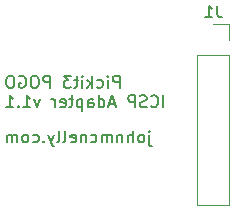
<source format=gbr>
G04 #@! TF.GenerationSoftware,KiCad,Pcbnew,(5.0.2)-1*
G04 #@! TF.CreationDate,2019-05-05T20:39:21-07:00*
G04 #@! TF.ProjectId,pickit3_icsp_adapter,7069636b-6974-4335-9f69-6373705f6164,rev?*
G04 #@! TF.SameCoordinates,Original*
G04 #@! TF.FileFunction,Legend,Bot*
G04 #@! TF.FilePolarity,Positive*
%FSLAX46Y46*%
G04 Gerber Fmt 4.6, Leading zero omitted, Abs format (unit mm)*
G04 Created by KiCad (PCBNEW (5.0.2)-1) date 5/5/2019 8:39:21 PM*
%MOMM*%
%LPD*%
G01*
G04 APERTURE LIST*
%ADD10C,0.150000*%
%ADD11C,0.120000*%
G04 APERTURE END LIST*
D10*
X13653214Y-9945714D02*
X13653214Y-10802857D01*
X13700833Y-10898095D01*
X13796071Y-10945714D01*
X13843690Y-10945714D01*
X13653214Y-9612380D02*
X13700833Y-9660000D01*
X13653214Y-9707619D01*
X13605595Y-9660000D01*
X13653214Y-9612380D01*
X13653214Y-9707619D01*
X13034166Y-10612380D02*
X13129404Y-10564761D01*
X13177023Y-10517142D01*
X13224642Y-10421904D01*
X13224642Y-10136190D01*
X13177023Y-10040952D01*
X13129404Y-9993333D01*
X13034166Y-9945714D01*
X12891309Y-9945714D01*
X12796071Y-9993333D01*
X12748452Y-10040952D01*
X12700833Y-10136190D01*
X12700833Y-10421904D01*
X12748452Y-10517142D01*
X12796071Y-10564761D01*
X12891309Y-10612380D01*
X13034166Y-10612380D01*
X12272261Y-10612380D02*
X12272261Y-9612380D01*
X11843690Y-10612380D02*
X11843690Y-10088571D01*
X11891309Y-9993333D01*
X11986547Y-9945714D01*
X12129404Y-9945714D01*
X12224642Y-9993333D01*
X12272261Y-10040952D01*
X11367500Y-9945714D02*
X11367500Y-10612380D01*
X11367500Y-10040952D02*
X11319880Y-9993333D01*
X11224642Y-9945714D01*
X11081785Y-9945714D01*
X10986547Y-9993333D01*
X10938928Y-10088571D01*
X10938928Y-10612380D01*
X10462738Y-10612380D02*
X10462738Y-9945714D01*
X10462738Y-10040952D02*
X10415119Y-9993333D01*
X10319880Y-9945714D01*
X10177023Y-9945714D01*
X10081785Y-9993333D01*
X10034166Y-10088571D01*
X10034166Y-10612380D01*
X10034166Y-10088571D02*
X9986547Y-9993333D01*
X9891309Y-9945714D01*
X9748452Y-9945714D01*
X9653214Y-9993333D01*
X9605595Y-10088571D01*
X9605595Y-10612380D01*
X8700833Y-10564761D02*
X8796071Y-10612380D01*
X8986547Y-10612380D01*
X9081785Y-10564761D01*
X9129404Y-10517142D01*
X9177023Y-10421904D01*
X9177023Y-10136190D01*
X9129404Y-10040952D01*
X9081785Y-9993333D01*
X8986547Y-9945714D01*
X8796071Y-9945714D01*
X8700833Y-9993333D01*
X8272261Y-9945714D02*
X8272261Y-10612380D01*
X8272261Y-10040952D02*
X8224642Y-9993333D01*
X8129404Y-9945714D01*
X7986547Y-9945714D01*
X7891309Y-9993333D01*
X7843690Y-10088571D01*
X7843690Y-10612380D01*
X6986547Y-10564761D02*
X7081785Y-10612380D01*
X7272261Y-10612380D01*
X7367500Y-10564761D01*
X7415119Y-10469523D01*
X7415119Y-10088571D01*
X7367500Y-9993333D01*
X7272261Y-9945714D01*
X7081785Y-9945714D01*
X6986547Y-9993333D01*
X6938928Y-10088571D01*
X6938928Y-10183809D01*
X7415119Y-10279047D01*
X6367500Y-10612380D02*
X6462738Y-10564761D01*
X6510357Y-10469523D01*
X6510357Y-9612380D01*
X5843690Y-10612380D02*
X5938928Y-10564761D01*
X5986547Y-10469523D01*
X5986547Y-9612380D01*
X5557976Y-9945714D02*
X5319880Y-10612380D01*
X5081785Y-9945714D02*
X5319880Y-10612380D01*
X5415119Y-10850476D01*
X5462738Y-10898095D01*
X5557976Y-10945714D01*
X4700833Y-10517142D02*
X4653214Y-10564761D01*
X4700833Y-10612380D01*
X4748452Y-10564761D01*
X4700833Y-10517142D01*
X4700833Y-10612380D01*
X3796071Y-10564761D02*
X3891309Y-10612380D01*
X4081785Y-10612380D01*
X4177023Y-10564761D01*
X4224642Y-10517142D01*
X4272261Y-10421904D01*
X4272261Y-10136190D01*
X4224642Y-10040952D01*
X4177023Y-9993333D01*
X4081785Y-9945714D01*
X3891309Y-9945714D01*
X3796071Y-9993333D01*
X3224642Y-10612380D02*
X3319880Y-10564761D01*
X3367500Y-10517142D01*
X3415119Y-10421904D01*
X3415119Y-10136190D01*
X3367500Y-10040952D01*
X3319880Y-9993333D01*
X3224642Y-9945714D01*
X3081785Y-9945714D01*
X2986547Y-9993333D01*
X2938928Y-10040952D01*
X2891309Y-10136190D01*
X2891309Y-10421904D01*
X2938928Y-10517142D01*
X2986547Y-10564761D01*
X3081785Y-10612380D01*
X3224642Y-10612380D01*
X2462738Y-10612380D02*
X2462738Y-9945714D01*
X2462738Y-10040952D02*
X2415119Y-9993333D01*
X2319880Y-9945714D01*
X2177023Y-9945714D01*
X2081785Y-9993333D01*
X2034166Y-10088571D01*
X2034166Y-10612380D01*
X2034166Y-10088571D02*
X1986547Y-9993333D01*
X1891309Y-9945714D01*
X1748452Y-9945714D01*
X1653214Y-9993333D01*
X1605595Y-10088571D01*
X1605595Y-10612380D01*
X11129404Y-5977380D02*
X11129404Y-4977380D01*
X10748452Y-4977380D01*
X10653214Y-5025000D01*
X10605595Y-5072619D01*
X10557976Y-5167857D01*
X10557976Y-5310714D01*
X10605595Y-5405952D01*
X10653214Y-5453571D01*
X10748452Y-5501190D01*
X11129404Y-5501190D01*
X10129404Y-5977380D02*
X10129404Y-5310714D01*
X10129404Y-4977380D02*
X10177023Y-5025000D01*
X10129404Y-5072619D01*
X10081785Y-5025000D01*
X10129404Y-4977380D01*
X10129404Y-5072619D01*
X9224642Y-5929761D02*
X9319880Y-5977380D01*
X9510357Y-5977380D01*
X9605595Y-5929761D01*
X9653214Y-5882142D01*
X9700833Y-5786904D01*
X9700833Y-5501190D01*
X9653214Y-5405952D01*
X9605595Y-5358333D01*
X9510357Y-5310714D01*
X9319880Y-5310714D01*
X9224642Y-5358333D01*
X8796071Y-5977380D02*
X8796071Y-4977380D01*
X8700833Y-5596428D02*
X8415119Y-5977380D01*
X8415119Y-5310714D02*
X8796071Y-5691666D01*
X7986547Y-5977380D02*
X7986547Y-5310714D01*
X7986547Y-4977380D02*
X8034166Y-5025000D01*
X7986547Y-5072619D01*
X7938928Y-5025000D01*
X7986547Y-4977380D01*
X7986547Y-5072619D01*
X7653214Y-5310714D02*
X7272261Y-5310714D01*
X7510357Y-4977380D02*
X7510357Y-5834523D01*
X7462738Y-5929761D01*
X7367500Y-5977380D01*
X7272261Y-5977380D01*
X7034166Y-4977380D02*
X6415119Y-4977380D01*
X6748452Y-5358333D01*
X6605595Y-5358333D01*
X6510357Y-5405952D01*
X6462738Y-5453571D01*
X6415119Y-5548809D01*
X6415119Y-5786904D01*
X6462738Y-5882142D01*
X6510357Y-5929761D01*
X6605595Y-5977380D01*
X6891309Y-5977380D01*
X6986547Y-5929761D01*
X7034166Y-5882142D01*
X5224642Y-5977380D02*
X5224642Y-4977380D01*
X4843690Y-4977380D01*
X4748452Y-5025000D01*
X4700833Y-5072619D01*
X4653214Y-5167857D01*
X4653214Y-5310714D01*
X4700833Y-5405952D01*
X4748452Y-5453571D01*
X4843690Y-5501190D01*
X5224642Y-5501190D01*
X4034166Y-4977380D02*
X3843690Y-4977380D01*
X3748452Y-5025000D01*
X3653214Y-5120238D01*
X3605595Y-5310714D01*
X3605595Y-5644047D01*
X3653214Y-5834523D01*
X3748452Y-5929761D01*
X3843690Y-5977380D01*
X4034166Y-5977380D01*
X4129404Y-5929761D01*
X4224642Y-5834523D01*
X4272261Y-5644047D01*
X4272261Y-5310714D01*
X4224642Y-5120238D01*
X4129404Y-5025000D01*
X4034166Y-4977380D01*
X2653214Y-5025000D02*
X2748452Y-4977380D01*
X2891309Y-4977380D01*
X3034166Y-5025000D01*
X3129404Y-5120238D01*
X3177023Y-5215476D01*
X3224642Y-5405952D01*
X3224642Y-5548809D01*
X3177023Y-5739285D01*
X3129404Y-5834523D01*
X3034166Y-5929761D01*
X2891309Y-5977380D01*
X2796071Y-5977380D01*
X2653214Y-5929761D01*
X2605595Y-5882142D01*
X2605595Y-5548809D01*
X2796071Y-5548809D01*
X1986547Y-4977380D02*
X1796071Y-4977380D01*
X1700833Y-5025000D01*
X1605595Y-5120238D01*
X1557976Y-5310714D01*
X1557976Y-5644047D01*
X1605595Y-5834523D01*
X1700833Y-5929761D01*
X1796071Y-5977380D01*
X1986547Y-5977380D01*
X2081785Y-5929761D01*
X2177023Y-5834523D01*
X2224642Y-5644047D01*
X2224642Y-5310714D01*
X2177023Y-5120238D01*
X2081785Y-5025000D01*
X1986547Y-4977380D01*
X14843690Y-7627380D02*
X14843690Y-6627380D01*
X13796071Y-7532142D02*
X13843690Y-7579761D01*
X13986547Y-7627380D01*
X14081785Y-7627380D01*
X14224642Y-7579761D01*
X14319880Y-7484523D01*
X14367500Y-7389285D01*
X14415119Y-7198809D01*
X14415119Y-7055952D01*
X14367500Y-6865476D01*
X14319880Y-6770238D01*
X14224642Y-6675000D01*
X14081785Y-6627380D01*
X13986547Y-6627380D01*
X13843690Y-6675000D01*
X13796071Y-6722619D01*
X13415119Y-7579761D02*
X13272261Y-7627380D01*
X13034166Y-7627380D01*
X12938928Y-7579761D01*
X12891309Y-7532142D01*
X12843690Y-7436904D01*
X12843690Y-7341666D01*
X12891309Y-7246428D01*
X12938928Y-7198809D01*
X13034166Y-7151190D01*
X13224642Y-7103571D01*
X13319880Y-7055952D01*
X13367500Y-7008333D01*
X13415119Y-6913095D01*
X13415119Y-6817857D01*
X13367500Y-6722619D01*
X13319880Y-6675000D01*
X13224642Y-6627380D01*
X12986547Y-6627380D01*
X12843690Y-6675000D01*
X12415119Y-7627380D02*
X12415119Y-6627380D01*
X12034166Y-6627380D01*
X11938928Y-6675000D01*
X11891309Y-6722619D01*
X11843690Y-6817857D01*
X11843690Y-6960714D01*
X11891309Y-7055952D01*
X11938928Y-7103571D01*
X12034166Y-7151190D01*
X12415119Y-7151190D01*
X10700833Y-7341666D02*
X10224642Y-7341666D01*
X10796071Y-7627380D02*
X10462738Y-6627380D01*
X10129404Y-7627380D01*
X9367500Y-7627380D02*
X9367500Y-6627380D01*
X9367500Y-7579761D02*
X9462738Y-7627380D01*
X9653214Y-7627380D01*
X9748452Y-7579761D01*
X9796071Y-7532142D01*
X9843690Y-7436904D01*
X9843690Y-7151190D01*
X9796071Y-7055952D01*
X9748452Y-7008333D01*
X9653214Y-6960714D01*
X9462738Y-6960714D01*
X9367500Y-7008333D01*
X8462738Y-7627380D02*
X8462738Y-7103571D01*
X8510357Y-7008333D01*
X8605595Y-6960714D01*
X8796071Y-6960714D01*
X8891309Y-7008333D01*
X8462738Y-7579761D02*
X8557976Y-7627380D01*
X8796071Y-7627380D01*
X8891309Y-7579761D01*
X8938928Y-7484523D01*
X8938928Y-7389285D01*
X8891309Y-7294047D01*
X8796071Y-7246428D01*
X8557976Y-7246428D01*
X8462738Y-7198809D01*
X7986547Y-6960714D02*
X7986547Y-7960714D01*
X7986547Y-7008333D02*
X7891309Y-6960714D01*
X7700833Y-6960714D01*
X7605595Y-7008333D01*
X7557976Y-7055952D01*
X7510357Y-7151190D01*
X7510357Y-7436904D01*
X7557976Y-7532142D01*
X7605595Y-7579761D01*
X7700833Y-7627380D01*
X7891309Y-7627380D01*
X7986547Y-7579761D01*
X7224642Y-6960714D02*
X6843690Y-6960714D01*
X7081785Y-6627380D02*
X7081785Y-7484523D01*
X7034166Y-7579761D01*
X6938928Y-7627380D01*
X6843690Y-7627380D01*
X6129404Y-7579761D02*
X6224642Y-7627380D01*
X6415119Y-7627380D01*
X6510357Y-7579761D01*
X6557976Y-7484523D01*
X6557976Y-7103571D01*
X6510357Y-7008333D01*
X6415119Y-6960714D01*
X6224642Y-6960714D01*
X6129404Y-7008333D01*
X6081785Y-7103571D01*
X6081785Y-7198809D01*
X6557976Y-7294047D01*
X5653214Y-7627380D02*
X5653214Y-6960714D01*
X5653214Y-7151190D02*
X5605595Y-7055952D01*
X5557976Y-7008333D01*
X5462738Y-6960714D01*
X5367500Y-6960714D01*
X4367500Y-6960714D02*
X4129404Y-7627380D01*
X3891309Y-6960714D01*
X2986547Y-7627380D02*
X3557976Y-7627380D01*
X3272261Y-7627380D02*
X3272261Y-6627380D01*
X3367500Y-6770238D01*
X3462738Y-6865476D01*
X3557976Y-6913095D01*
X2557976Y-7532142D02*
X2510357Y-7579761D01*
X2557976Y-7627380D01*
X2605595Y-7579761D01*
X2557976Y-7532142D01*
X2557976Y-7627380D01*
X1557976Y-7627380D02*
X2129404Y-7627380D01*
X1843690Y-7627380D02*
X1843690Y-6627380D01*
X1938928Y-6770238D01*
X2034166Y-6865476D01*
X2129404Y-6913095D01*
D11*
G04 #@! TO.C,J1*
X20380000Y-15935000D02*
X17720000Y-15935000D01*
X20380000Y-3175000D02*
X20380000Y-15935000D01*
X17720000Y-3175000D02*
X17720000Y-15935000D01*
X20380000Y-3175000D02*
X17720000Y-3175000D01*
X20380000Y-1905000D02*
X20380000Y-575000D01*
X20380000Y-575000D02*
X19050000Y-575000D01*
D10*
X19383333Y972619D02*
X19383333Y258333D01*
X19430952Y115476D01*
X19526190Y20238D01*
X19669047Y-27380D01*
X19764285Y-27380D01*
X18383333Y-27380D02*
X18954761Y-27380D01*
X18669047Y-27380D02*
X18669047Y972619D01*
X18764285Y829761D01*
X18859523Y734523D01*
X18954761Y686904D01*
G04 #@! TD*
M02*

</source>
